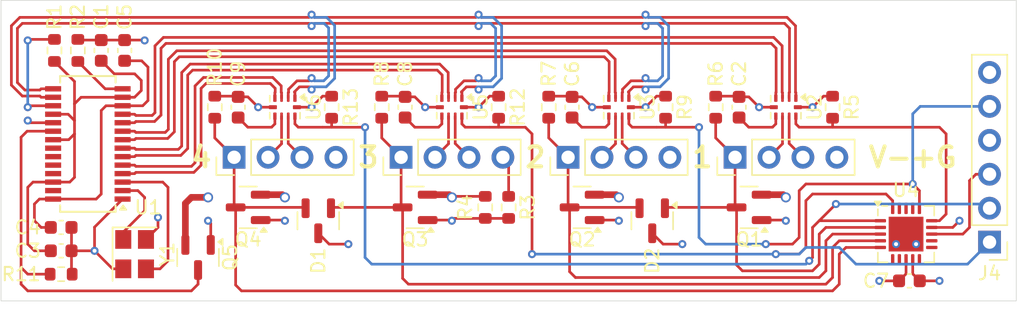
<source format=kicad_pcb>
(kicad_pcb (version 20221018) (generator pcbnew)

  (general
    (thickness 1.6)
  )

  (paper "A4")
  (layers
    (0 "F.Cu" signal)
    (1 "In1.Cu" signal)
    (2 "In2.Cu" signal)
    (31 "B.Cu" signal)
    (32 "B.Adhes" user "B.Adhesive")
    (33 "F.Adhes" user "F.Adhesive")
    (34 "B.Paste" user)
    (35 "F.Paste" user)
    (36 "B.SilkS" user "B.Silkscreen")
    (37 "F.SilkS" user "F.Silkscreen")
    (38 "B.Mask" user)
    (39 "F.Mask" user)
    (40 "Dwgs.User" user "User.Drawings")
    (41 "Cmts.User" user "User.Comments")
    (42 "Eco1.User" user "User.Eco1")
    (43 "Eco2.User" user "User.Eco2")
    (44 "Edge.Cuts" user)
    (45 "Margin" user)
    (46 "B.CrtYd" user "B.Courtyard")
    (47 "F.CrtYd" user "F.Courtyard")
    (48 "B.Fab" user)
    (49 "F.Fab" user)
    (50 "User.1" user)
    (51 "User.2" user)
    (52 "User.3" user)
    (53 "User.4" user)
    (54 "User.5" user)
    (55 "User.6" user)
    (56 "User.7" user)
    (57 "User.8" user)
    (58 "User.9" user)
  )

  (setup
    (stackup
      (layer "F.SilkS" (type "Top Silk Screen"))
      (layer "F.Paste" (type "Top Solder Paste"))
      (layer "F.Mask" (type "Top Solder Mask") (thickness 0.01))
      (layer "F.Cu" (type "copper") (thickness 0.035))
      (layer "dielectric 1" (type "prepreg") (thickness 0.1) (material "FR4") (epsilon_r 4.5) (loss_tangent 0.02))
      (layer "In1.Cu" (type "copper") (thickness 0.035))
      (layer "dielectric 2" (type "core") (thickness 1.24) (material "FR4") (epsilon_r 4.5) (loss_tangent 0.02))
      (layer "In2.Cu" (type "copper") (thickness 0.035))
      (layer "dielectric 3" (type "prepreg") (thickness 0.1) (material "FR4") (epsilon_r 4.5) (loss_tangent 0.02))
      (layer "B.Cu" (type "copper") (thickness 0.035))
      (layer "B.Mask" (type "Bottom Solder Mask") (thickness 0.01))
      (layer "B.Paste" (type "Bottom Solder Paste"))
      (layer "B.SilkS" (type "Bottom Silk Screen"))
      (copper_finish "None")
      (dielectric_constraints no)
    )
    (pad_to_mask_clearance 0)
    (aux_axis_origin 13 13)
    (grid_origin 13 13)
    (pcbplotparams
      (layerselection 0x00010fc_ffffffff)
      (plot_on_all_layers_selection 0x0000000_00000000)
      (disableapertmacros false)
      (usegerberextensions false)
      (usegerberattributes true)
      (usegerberadvancedattributes true)
      (creategerberjobfile false)
      (dashed_line_dash_ratio 12.000000)
      (dashed_line_gap_ratio 3.000000)
      (svgprecision 4)
      (plotframeref false)
      (viasonmask false)
      (mode 1)
      (useauxorigin true)
      (hpglpennumber 1)
      (hpglpenspeed 20)
      (hpglpendiameter 15.000000)
      (dxfpolygonmode true)
      (dxfimperialunits true)
      (dxfusepcbnewfont true)
      (psnegative false)
      (psa4output false)
      (plotreference true)
      (plotvalue true)
      (plotinvisibletext false)
      (sketchpadsonfab false)
      (subtractmaskfromsilk false)
      (outputformat 1)
      (mirror false)
      (drillshape 0)
      (scaleselection 1)
      (outputdirectory "")
    )
  )

  (net 0 "")
  (net 1 "/HUB_3.3V")
  (net 2 "Net-(U2-REF)")
  (net 3 "/GND")
  (net 4 "/HUB_1.8V")
  (net 5 "Net-(U3-REF)")
  (net 6 "/VCC_MCU")
  (net 7 "Net-(U5-REF)")
  (net 8 "Net-(U6-REF)")
  (net 9 "/VBUS1")
  (net 10 "/VBUS2")
  (net 11 "/VBUS3")
  (net 12 "/VBUS4")
  (net 13 "/SEL2")
  (net 14 "/SEL1")
  (net 15 "/~{RESET}")
  (net 16 "/SEL3")
  (net 17 "/~{PWR_ENABLE}")
  (net 18 "Net-(Q1-S)")
  (net 19 "/VBUS_HUB")
  (net 20 "Net-(U1-~{XRSTJ})")
  (net 21 "Net-(U1-REXT)")
  (net 22 "/SEL4")
  (net 23 "Net-(U1-XOUT)")
  (net 24 "Net-(U1-XIN)")
  (net 25 "/DFP4-")
  (net 26 "/DFP4+")
  (net 27 "/DFP3-")
  (net 28 "/DFP3+")
  (net 29 "/DFP2-")
  (net 30 "/DFP2+")
  (net 31 "/DFP1-")
  (net 32 "/DFP1+")
  (net 33 "/UFP-")
  (net 34 "/UFP+")
  (net 35 "unconnected-(U1-DRV-Pad22)")
  (net 36 "unconnected-(U1-LED1{slash}EESCL-Pad23)")
  (net 37 "unconnected-(U1-LED2-Pad24)")
  (net 38 "unconnected-(U1-PWRJ-Pad25)")
  (net 39 "unconnected-(U1-TESTJ{slash}EESDA-Pad27)")
  (net 40 "unconnected-(U4-NC-Pad6)")
  (net 41 "unconnected-(U4-NC-Pad7)")
  (net 42 "unconnected-(U4-NC-Pad10)")
  (net 43 "unconnected-(U4-XTAL1{slash}PB0-Pad11)")
  (net 44 "unconnected-(U4-XTAL2{slash}PB1-Pad12)")
  (net 45 "unconnected-(U4-NC-Pad17)")
  (net 46 "unconnected-(U4-NC-Pad18)")
  (net 47 "unconnected-(U4-NC-Pad19)")
  (net 48 "/D1-")
  (net 49 "/D1+")
  (net 50 "/D2-")
  (net 51 "/D2+")
  (net 52 "/D3-")
  (net 53 "/D3+")
  (net 54 "/D4-")
  (net 55 "/D4+")

  (footprint "Capacitor_SMD:C_0603_1608Metric" (layer "F.Cu") (at 17.5 30))

  (footprint "Resistor_SMD:R_0603_1608Metric" (layer "F.Cu") (at 50.25 21 -90))

  (footprint "Package_TO_SOT_SMD:SOT-23" (layer "F.Cu") (at 27.75 32.25 -90))

  (footprint "Package_TO_SOT_SMD:SOT-23" (layer "F.Cu") (at 36.75 29.5 -90))

  (footprint "Package_DFN_QFN:QFN-20-1EP_4x4mm_P0.5mm_EP2.6x2.6mm" (layer "F.Cu") (at 80.75 30.5))

  (footprint "Resistor_SMD:R_0603_1608Metric" (layer "F.Cu") (at 49.25 28.5 -90))

  (footprint "Package_TO_SOT_SMD:SOT-23" (layer "F.Cu") (at 44 28.5 180))

  (footprint "Resistor_SMD:R_0603_1608Metric" (layer "F.Cu") (at 62.75 21 -90))

  (footprint "Resistor_SMD:R_0603_1608Metric" (layer "F.Cu") (at 37.75 21 -90))

  (footprint "Package_SO:SSOP-28_3.9x9.9mm_P0.635mm" (layer "F.Cu") (at 19.5 23.75 180))

  (footprint "Resistor_SMD:R_0603_1608Metric" (layer "F.Cu") (at 17 16.75 -90))

  (footprint "Resistor_SMD:R_0603_1608Metric" (layer "F.Cu") (at 29 21 -90))

  (footprint "Capacitor_SMD:C_0603_1608Metric" (layer "F.Cu") (at 30.75 21 90))

  (footprint "Connector_PinHeader_2.54mm:PinHeader_1x04_P2.54mm_Vertical" (layer "F.Cu") (at 67.95 24.75 90))

  (footprint "Capacitor_SMD:C_0603_1608Metric" (layer "F.Cu") (at 17.5 31.75))

  (footprint "Resistor_SMD:R_0603_1608Metric" (layer "F.Cu") (at 18.75 16.75 -90))

  (footprint "Package_TO_SOT_SMD:SOT-23" (layer "F.Cu") (at 69 28.5 180))

  (footprint "Connector_PinHeader_2.54mm:PinHeader_1x04_P2.54mm_Vertical" (layer "F.Cu") (at 55.45 24.75 90))

  (footprint "Package_TO_SOT_SMD:SOT-23" (layer "F.Cu") (at 61.75 29.5 -90))

  (footprint "Package_DFN_QFN:Texas_UQFN-10_1.5x2mm_P0.5mm" (layer "F.Cu") (at 59.25 21 -90))

  (footprint "Capacitor_SMD:C_0603_1608Metric" (layer "F.Cu") (at 81 34 180))

  (footprint "Capacitor_SMD:C_0603_1608Metric" (layer "F.Cu") (at 43.25 21 90))

  (footprint "Resistor_SMD:R_0603_1608Metric" (layer "F.Cu") (at 51 28.5 -90))

  (footprint "Resistor_SMD:R_0603_1608Metric" (layer "F.Cu") (at 17.5 33.5 180))

  (footprint "Connector_PinHeader_2.54mm:PinHeader_1x04_P2.54mm_Vertical" (layer "F.Cu") (at 42.95 24.75 90))

  (footprint "Connector_PinHeader_2.54mm:PinHeader_1x06_P2.54mm_Vertical" (layer "F.Cu") (at 87 31.1 180))

  (footprint "Capacitor_SMD:C_0603_1608Metric" (layer "F.Cu") (at 22.25 16.75 90))

  (footprint "Resistor_SMD:R_0603_1608Metric" (layer "F.Cu") (at 75.25 21 -90))

  (footprint "Package_TO_SOT_SMD:SOT-23" (layer "F.Cu") (at 31.5 28.5 180))

  (footprint "Crystal:Crystal_SMD_3225-4Pin_3.2x2.5mm" (layer "F.Cu") (at 23 32 -90))

  (footprint "Package_TO_SOT_SMD:SOT-23" (layer "F.Cu") (at 56.5 28.5 180))

  (footprint "Package_DFN_QFN:Texas_UQFN-10_1.5x2mm_P0.5mm" (layer "F.Cu") (at 46.75 21 -90))

  (footprint "Connector_PinHeader_2.54mm:PinHeader_1x04_P2.54mm_Vertical" (layer "F.Cu") (at 30.45 24.75 90))

  (footprint "Package_DFN_QFN:Texas_UQFN-10_1.5x2mm_P0.5mm" (layer "F.Cu") (at 71.75 21 -90))

  (footprint "Resistor_SMD:R_0603_1608Metric" (layer "F.Cu") (at 66.5 21 -90))

  (footprint "Resistor_SMD:R_0603_1608Metric" (layer "F.Cu") (at 54 21 -90))

  (footprint "Capacitor_SMD:C_0603_1608Metric" (layer "F.Cu") (at 68.25 21 90))

  (footprint "Resistor_SMD:R_0603_1608Metric" (layer "F.Cu") (at 41.5 21 -90))

  (footprint "Package_DFN_QFN:Texas_UQFN-10_1.5x2mm_P0.5mm" (layer "F.Cu") (at 34.25 21 -90))

  (footprint "MountingHole:MountingHole_3.2mm_M3" (layer "F.Cu") (at 80 17))

  (footprint "Capacitor_SMD:C_0603_1608Metric" (layer "F.Cu") (at 55.75 21 90))

  (footprint "Capacitor_SMD:C_0603_1608Metric" (layer "F.Cu") (at 20.5 16.75 90))

  (gr_rect (start 13 13) (end 89 35.5)
    (stroke (width 0.05) (type default)) (fill none) (layer "Edge.Cuts") (tstamp b5589697-c688-471d-a87d-90ced1776025))
  (gr_text "1" (at 65.5 24.75) (layer "F.SilkS") (tstamp 1ae464ae-268c-40b4-b93e-37464e9f063a)
    (effects (font (size 1.5 1.5) (thickness 0.3) bold))
  )
  (gr_text "V-+G" (at 81.25 24.75) (layer "F.SilkS") (tstamp 4eac1b0c-cbe7-40ab-bc7d-93880328da29)
    (effects (font (size 1.5 1.5) (thickness 0.3) bold))
  )
  (gr_text "2" (at 53 24.75) (layer "F.SilkS") (tstamp 63a69254-2145-4ca0-bcc4-73c44fe57bbf)
    (effects (font (size 1.5 1.5) (thickness 0.3) bold))
  )
  (gr_text "4" (at 28 24.75) (layer "F.SilkS") (tstamp a93003f9-c583-4951-96b0-8a2dcbfb8768)
    (effects (font (size 1.5 1.5) (thickness 0.3) bold))
  )
  (gr_text "3" (at 40.5 24.75) (layer "F.SilkS") (tstamp e73ab82f-f664-42e4-9d7a-18bad2fe41d5)
    (effects (font (size 1.5 1.5) (thickness 0.3) bold))
  )

  (segment (start 16.9 23.4325) (end 18.0675 23.4325) (width 0.2) (layer "F.Cu") (net 1) (tstamp 1bcbe2f4-edb5-4e4b-a91f-b89c2815ffa1))
  (segment (start 23.5 19) (end 23 18.5) (width 0.2) (layer "F.Cu") (net 1) (tstamp 21bfd4c0-6a5a-4c0a-8d3f-46d2b852c425))
  (segment (start 16.9 21.5275) (end 18.0275 21.5275) (width 0.2) (layer "F.Cu") (net 1) (tstamp 2793b8f2-40e3-4b8a-ae6e-63c22594af18))
  (segment (start 16.9 26.6075) (end 18.1425 26.6075) (width 0.2) (layer "F.Cu") (net 1) (tstamp 2dd1cff3-55ce-4f4e-a14b-ce7fc9b99d1c))
  (segment (start 18.5 20.75) (end 18.9925 20.2575) (width 0.2) (layer "F.Cu") (net 1) (tstamp 2e8cc5d2-6797-4da0-8d42-f28cfbdffd1d))
  (segment (start 15.5 31.75) (end 16.725 31.75) (width 0.2) (layer "F.Cu") (net 1) (tstamp 3b124af7-8d17-41c2-8e0e-541f8400e497))
  (segment (start 18.5 26.25) (end 18.5 23) (width 0.2) (layer "F.Cu") (net 1) (tstamp 44be52a2-e08a-4e26-9a83-b8c99fddf002))
  (segment (start 15.3925 26.6075) (end 15 27) (width 0.2) (layer "F.Cu") (net 1) (tstamp 4f81cda4-5ec6-4af0-a133-034976890732))
  (segment (start 18.5 22) (end 18.5 20.75) (width 0.2) (layer "F.Cu") (net 1) (tstamp 5ddd1a37-bd45-414e-aeb8-7f0f46850d73))
  (segment (start 22.9925 20.2575) (end 23.5 19.75) (width 0.2) (layer "F.Cu") (net 1) (tstamp 64aa6809-6a3c-4c94-b10b-bf749624d3e2))
  (segment (start 22.1 20.2575) (end 22.9925 20.2575) (width 0.2) (layer "F.Cu") (net 1) (tstamp 81ed067b-bb3f-40d0-88fa-f64bbc586bec))
  (segment (start 15 31.25) (end 15.5 31.75) (width 0.2) (layer "F.Cu") (net 1) (tstamp 8232ed46-19ef-40f5-8ea9-b75f4f796619))
  (segment (start 18.5 19.075) (end 17 17.575) (width 0.2) (layer "F.Cu") (net 1) (tstamp 84d69aec-9663-4cce-b2ce-bfd82c72fb60))
  (segment (start 18.0275 21.5275) (end 18.5 22) (width 0.2) (layer "F.Cu") (net 1) (tstamp 86a3c143-56e2-4222-95d8-97e19d848071))
  (segment (start 21.475 18.5) (end 20.5 17.525) (width 0.2) (layer "F.Cu") (net 1) (tstamp 927c637a-a0d1-408e-ab81-f56edd5e2140))
  (segment (start 23 18.5) (end 21.475 18.5) (width 0.2) (layer "F.Cu") (net 1) (tstamp 9876d916-eb29-4c2f-be74-db5f58e622e1))
  (segment (start 18.9925 20.2575) (end 22.1 20.2575) (width 0.2) (layer "F.Cu") (net 1) (tstamp acfd9f0b-bd1a-462c-938f-3a1bc6e6013d))
  (segment (start 18.1425 26.6075) (end 18.5 26.25) (width 0.2) (layer "F.Cu") (net 1) (tstamp cebb3e70-5420-45a8-82fb-66d9a16d2f48))
  (segment (start 18.0675 23.4325) (end 18.5 23) (width 0.2) (layer "F.Cu") (net 1) (tstamp d5e561ba-4299-4736-9da6-a087bfba24f1))
  (segment (start 16.9 26.6075) (end 15.3925 26.6075) (width 0.2) (layer "F.Cu") (net 1) (tstamp dca572fc-cf3d-4c22-aaba-d4284eb458d2))
  (segment (start 18.5 20.75) (end 18.5 19.075) (width 0.2) (layer "F.Cu") (net 1) (tstamp dd6b09c8-4331-4a37-b628-dc9bb5ff920c))
  (segment (start 18.5 23) (end 18.5 22) (width 0.2) (layer "F.Cu") (net 1) (tstamp e57749a7-7b0e-4c1a-b8a2-f33e65f97cac))
  (segment (start 15 27) (end 15 31.25) (width 0.2) (layer "F.Cu") (net 1) (tstamp ecc67431-ad84-4e03-91f0-b67bb9db5b01))
  (segment (start 23.5 19.75) (end 23.5 19) (width 0.2) (layer "F.Cu") (net 1) (tstamp f85ed935-8378-4f93-961a-f2bc444b5d85))
  (segment (start 71 22.25) (end 70.75 22.5) (width 0.2) (layer "F.Cu") (net 2) (tstamp a0ccc694-21c2-4ba4-848e-8ad5a6c6d430))
  (segment (start 71 21.675) (end 71 22.25) (width 0.2) (layer "F.Cu") (net 2) (tstamp cd90bfb8-b9ff-4350-b16f-9c7f4125079b))
  (segment (start 70.75 22.5) (end 68.975 22.5) (width 0.2) (layer "F.Cu") (net 2) (tstamp ef9889a3-5578-408a-aa1f-a9659b89c1d6))
  (segment (start 68.975 22.5) (end 68.25 21.775) (width 0.2) (layer "F.Cu") (net 2) (tstamp fe3f4316-32af-4c47-a9d6-05d7fa348af6))
  (segment (start 16.9 22.1625) (end 15.1625 22.1625) (width 0.2) (layer "F.Cu") (net 3) (tstamp 013a55f6-cd32-4d52-914e-60f7756d4bc0))
  (segment (start 80.75 32.425) (end 80.75 33.475) (width 0.2) (layer "F.Cu") (net 3) (tstamp 035195bb-ccd7-4475-a0b9-b4f776297afa))
  (segment (start 21.35 33.1) (end 20 31.75) (width 0.2) (layer "F.Cu") (net 3) (tstamp 1173751f-693a-48d7-befc-1f34daec63da))
  (segment (start 41.5 20.175) (end 43.2 20.175) (width 0.2) (layer "F.Cu") (net 3) (tstamp 12bf7536-b244-432b-bdce-c8aacebdbbca))
  (segment (start 70.85 21) (end 69.75 21) (width 0.2) (layer "F.Cu") (net 3) (tstamp 14075e3f-f279-48cb-8c8e-0970f6c3f7a6))
  (segment (start 20.5 15.975) (end 18.8 15.975) (width 0.2) (layer "F.Cu") (net 3) (tstamp 18223e7c-5c5a-4703-b1b7-19cf4f6b0852))
  (segment (start 18.275 31.75) (end 20 31.75) (width 0.2) (layer "F.Cu") (net 3) (tstamp 1b4e864c-d37c-4504-9a6b-522f06eaf007))
  (segment (start 51 27.675) (end 51 25.18) (width 0.2) (layer "F.Cu") (net 3) (tstamp 1e133a50-40dd-4d80-aa60-5afe89c82b36))
  (segment (start 45.85 21) (end 44.75 21) (width 0.2) (layer "F.Cu") (net 3) (tstamp 1ead5278-dbb5-4b97-82d2-a666907767c1))
  (segment (start 24.75 30) (end 24.75 29.25) (width 0.2) (layer "F.Cu") (net 3) (tstamp 2d84e6b2-7dd5-4c98-87d3-900610cbfd29))
  (segment (start 31.475 20.225) (end 32.25 21) (width 0.2) (layer "F.Cu") (net 3) (tstamp 3303ab9d-36de-49d0-bb29-7d6db324809a))
  (segment (start 20 29.9775) (end 20 31.75) (width 0.2) (layer "F.Cu") (net 3) (tstamp 334ca3b7-cab5-4033-b2b0-c2acad916ec1))
  (segment (start 51 25.18) (end 50.57 24.75) (width 0.2) (layer "F.Cu") (net 3) (tstamp 4146d53a-4f75-46b3-b5ac-1aeb5c73cc44))
  (segment (start 18.8 15.975) (end 18.75 15.925) (width 0.2) (layer "F.Cu") (net 3) (tstamp 46270281-b3ae-4a72-a304-c710e7feb25d))
  (segment (start 54 20.175) (end 55.7 20.175) (width 0.2) (layer "F.Cu") (net 3) (tstamp 4c8c3665-3449-4150-aa5f-cb442f47f08f))
  (segment (start 23.725 15.975) (end 23.75 16) (width 0.2) (layer "F.Cu") (net 3) (tstamp 50fa9d28-145a-40c3-ba43-98390d7f48a4))
  (segment (start 43.25 20.225) (end 43.975 20.225) (width 0.2) (layer "F.Cu") (net 3) (tstamp 5bdb12a5-171e-46fa-8dff-b6b8a38bc7a6))
  (segment (start 33.35 21) (end 32.25 21) (width 0.2) (layer "F.Cu") (net 3) (tstamp 67cc1057-dbc0-40f9-80c4-7e5756bc4de1))
  (segment (start 30.75 20.225) (end 31.475 20.225) (width 0.2) (layer "F.Cu") (net 3) (tstamp 7172902a-ac30-4c86-831e-bd2d3b65b960))
  (segment (start 18.275001 30.000001) (end 18.275 29.725) (width 0.2) (layer "F.Cu") (net 3) (tstamp 72be314f-ba4f-432d-8700-859f8bd23e62))
  (segment (start 56.475 20.225) (end 57.25 21) (width 0.2) (layer "F.Cu") (net 3) (tstamp 7c729418-3f5e-4c01-98a0-8100f20e8f9c))
  (segment (start 18.275 31.75) (end 18.275 33.45) (width 0.2) (layer "F.Cu") (net 3) (tstamp 8145f723-8f2b-4f6e-bb76-597fa33797a3))
  (segment (start 80.225 34) (end 78.75 34) (width 0.2) (layer "F.Cu") (net 3) (tstamp 887d652c-441f-4e96-bf58-f9a5ed1602f7))
  (segment (start 68.975 20.225) (end 69.75 21) (width 0.2) (layer "F.Cu") (net 3) (tstamp 8fcac191-bab9-4f25-a18a-1c4567c808b1))
  (segment (start 23.85 30.9) (end 24.75 30) (width 0.2) (layer "F.Cu") (net 3) (tstamp 92b3a389-0587-4358-a8cc-4b423a3cc9fd))
  (segment (start 18.275 33.45) (end 18.325 33.5) (width 0.2) (layer "F.Cu") (net 3) (tstamp 94f89520-9062-4a50-b656-170a848a82df))
  (segment (start 22.25 15.975) (end 20.5 15.975) (width 0.2) (layer "F.Cu") (net 3) (tstamp 9a822b56-e272-4aad-978d-844418857261))
  (segment (start 80.75 33.475) (end 80.225 34) (width 0.2) (layer "F.Cu") (net 3) (tstamp acfdf9af-0940-4aba-989a-5e0b60246dbc))
  (segment (start 68.2 20.175) (end 68.25 20.225) (width 0.2) (layer "F.Cu") (net 3) (tstamp ba97f2b1-4297-440c-9941-acea9a590a25))
  (segment (start 43.2 20.175) (end 43.25 20.225) (width 0.2) (layer "F.Cu") (net 3) (tstamp bea8b4cc-4553-4f38-9b3c-360ab30d78b9))
  (segment (start 29 20.175) (end 30.7 20.175) (width 0.2) (layer "F.Cu") (net 3) (tstamp bf1ef48c-295a-4884-9b6e-35331c651209))
  (segment (start 58.35 21) (end 57.25 21) (width 0.2) (layer "F.Cu") (net 3) (tstamp c6382bab-daa4-42af-843d-95b769aae09a))
  (segment (start 22.1 27.8775) (end 20 29.9775) (width 0.2) (layer "F.Cu") (net 3) (tstamp cfa9e976-7224-4f48-aa7b-29334353303a))
  (segment (start 18.275 30) (end 18.275 31.75) (width 0.2) (layer "F.Cu") (net 3) (tstamp d09dcfec-bf62-420c-88e4-e350115b4213))
  (segment (start 55.7 20.175) (end 55.75 20.225) (width 0.2) (layer "F.Cu") (net 3) (tstamp da08c526-ce19-45ae-9bd1-03b668cc1ca4))
  (segment (start 30.7 20.175) (end 30.75 20.225) (width 0.2) (layer "F.Cu") (net 3) (tstamp e03f7dc7-d953-48fe-b63f-8da10782805d))
  (segment (start 68.25 20.225) (end 68.975 20.225) (width 0.2) (layer "F.Cu") (net 3) (tstamp e05d93a4-167e-44fe-adbb-4b5501afac4f))
  (segment (start 43.975 20.225) (end 44.75 21) (width 0.2) (layer "F.Cu") (net 3) (tstamp e088ef01-d8c8-4a6b-bfad-cd2ef7c1da65))
  (segment (start 55.75 20.225) (end 56.475 20.225) (width 0.2) (layer "F.Cu") (net 3) (tstamp e0c2d784-c30f-4670-b266-287460b67861))
  (segment (start 66.5 20.175) (end 68.2 20.175) (width 0.2) (layer "F.Cu") (net 3) (tstamp e1d8a909-9ce6-4e5f-9089-47d7a9169975))
  (segment (start 22.15 33.1) (end 21.35 33.1) (width 0.2) (layer "F.Cu") (net 3) (tstamp e4d750cf-783c-4869-8d95-47da2add310d))
  (segment (start 22.25 15.975) (end 23.725 15.975) (width 0.2) (layer "F.Cu") (net 3) (tstamp ef5f35a8-c9d3-412a-9f54-31f49b25842a))
  (segment (start 15.1625 22.1625) (end 15 22) (width 0.2) (layer "F.Cu") (net 3) (tstamp f7cc0b2d-f3dd-42ad-adef-2bbae24e38bf))
  (via (at 80 31.25) (size 0.6) (drill 0.3) (layers "F.Cu" "B.Cu") (net 3) (tstamp 57797506-36fa-4b74-9a56-53399d7c9a45))
  (via (at 15 22) (size 0.6) (drill 0.3) (layers "F.Cu" "B.Cu") (net 3) (tstamp 5af4dbc0-1ade-4279-9978-d571f15d969c))
  (via (at 20 31.75) (size 0.6) (drill 0.3) (layers "F.Cu" "B.Cu") (net 3) (tstamp 67ea1faa-738c-4267-8548-75d4b1a8cfb7))
  (via (at 32.25 21) (size 0.6) (drill 0.3) (layers "F.Cu" "B.Cu") (net 3) (tstamp 8e4c3c67-0367-478f-b913-5460fb1f59f4))
  (via (at 81.5 31.25) (size 0.6) (drill 0.3) (layers "F.Cu" "B.Cu") (net 3) (tstamp 9792b0ea-ad16-4640-86e8-94f9a4b78191))
  (via (at 78.75 34) (size 0.6) (drill 0.3) (layers "F.Cu" "B.Cu") (net 3) (tstamp 9cf09b8f-26e6-4313-b05a-778ce417560d))
  (via (at 23.75 16) (size 0.6) (drill 0.3) (layers "F.Cu" "B.Cu") (net 3) (tstamp a34569e2-f9a4-4b83-b061-d08333791742))
  (via (at 69.75 21) (size 0.6) (drill 0.3) (layers "F.Cu" "B.Cu") (net 3) (tstamp b1fdbc22-04da-4bb0-838d-11d78f4116b9))
  (via (at 57.25 21) (size 0.6) (drill 0.3) (layers "F.Cu" "B.Cu") (net 3) (tstamp c34436eb-4f02-49de-88f3-937e49697da9))
  (via (at 24.75 29.25) (size 0.6) (drill 0.3) (layers "F.Cu" "B.Cu") (net 3) (tstamp e733ad17-3266-4180-ae45-3feed0bb4103))
  (via (at 44.75 21) (size 0.6) (drill 0.3) (layers "F.Cu" "B.Cu") (net 3) (tstamp f556c9fa-8d4d-4b39-976e-17950ce0641d))
  (segment (start 20.5 21.25) (end 20.5 27.5) (width 0.2) (layer "F.Cu") (net 4) (tstamp 04cdb7cc-ae26-4c12-b16f-44a41777175c))
  (segment (start 20.5 27.5) (end 20.1225 27.8775) (width 0.2) (layer "F.Cu") (net 4) (tstamp 06748f88-3dda-4d26-b6e2-82b9e720eb48))
  (segment (start 22.1 20.8925) (end 23.6075 20.8925) (width 0.2) (layer "F.Cu") (net 4) (tstamp 2dbb57b3-1eac-4ee0-9be0-57445d04a4bd))
  (segment (start 23.525 17.525) (end 22.25 17.525) (width 0.2) (layer "F.Cu") (net 4) (tstamp 3e54c09b-4078-44f5-ad2f-61e040284ffd))
  (segment (start 16.9 27.8775) (end 15.8725 27.8775) (width 0.2) (layer "F.Cu") (net 4) (tstamp 47bdbb1d-c17b-4ce4-8ebd-1311caffbf87))
  (segment (start 20.8575 20.8925) (end 20.5 21.25) (width 0.2) (layer "F.Cu") (net 4) (tstamp 4904c760-2312-4364-93fa-4d23bcb0be91))
  (segment (start 16 30) (end 16.725 30) (width 0.2) (layer "F.Cu") (net 4) (tstamp 5423263c-f789-4ed5-bbc4-a73dfb0e4644))
  (segment (start 23.6075 20.8925) (end 24 20.5) (width 0.2) (layer "F.Cu") (net 4) (tstamp 569358fb-2813-43c5-9233-20eeb09c1afd))
  (segment (start 24 18) (end 23.525 17.525) (width 0.2) (layer "F.Cu") (net 4) (tstamp 5db6ed51-43be-4b23-8107-3bd064fc38d0))
  (segment (start 15.5 29.5) (end 16 30) (width 0.2) (layer "F.Cu") (net 4) (tstamp 7aa1ad89-8416-4b63-917a-60a58961ae5f))
  (segment (start 22.1 20.8925) (end 20.8575 20.8925) (width 0.2) (layer "F.Cu") (net 4) (tstamp 84bf43a5-8db1-4d16-bc21-2c72c522ce0b))
  (segment (start 24 20.5) (end 24 18) (width 0.2) (layer "F.Cu") (net 4) (tstamp 922ab673-aa94-4f47-917d-3d463c8ddaf4))
  (segment (start 15.8725 27.8775) (end 15.5 28.25) (width 0.2) (layer "F.Cu") (net 4) (tstamp b6524bcf-0b69-4649-8068-41d054ef7f8f))
  (segment (start 15.5 28.25) (end 15.5 29.5) (width 0.2) (layer "F.Cu") (net 4) (tstamp d48cd7e2-4ed1-4c19-8f1b-9f87847f991c))
  (segment (start 20.1225 27.8775) (end 16.9 27.8775) (width 0.2) (layer "F.Cu") (net 4) (tstamp e5d96ea0-227d-4aec-af32-35b87196d392))
  (segment (start 58.5 21.675) (end 58.5 22.25) (width 0.2) (layer "F.Cu") (net 5) (tstamp 48d15175-1a56-48e6-94c3-04cc5fd40482))
  (segment (start 56.475 22.5) (end 55.75 21.775) (width 0.2) (layer "F.Cu") (net 5) (tstamp 5d1ceabd-20b9-40ae-8a7c-4c346295b5ca))
  (segment (start 58.5 22.25) (end 58.25 22.5) (width 0.2) (layer "F.Cu") (net 5) (tstamp d1b7775a-7a0f-4004-b959-a1e27707194f))
  (segment (start 58.25 22.5) (end 56.475 22.5) (width 0.2) (layer "F.Cu") (net 5) (tstamp fde2a044-2e46-4579-8b3b-d2681f6d2f51))
  (segment (start 36.75 30.4375) (end 37.5625 31.25) (width 0.2) (layer "F.Cu") (net 6) (tstamp 067344d9-695a-4a45-9639-440eef9e9941))
  (segment (start 74.575 20.175) (end 73.75 21) (width 0.2) (layer "F.Cu") (net 6) (tstamp 0f036211-ce7d-424a-ac70-b21596b05ab5))
  (segment (start 62.75 20.175) (end 62.075 20.175) (width 0.2) (layer "F.Cu") (net 6) (tstamp 1f93352d-3ab5-42ae-a197-80ec8977bed1))
  (segment (start 62.5625 31.25) (end 64 31.25) (width 0.2) (layer "F.Cu") (net 6) (tstamp 21dec218-f792-4461-8443-fb7fe5d116fb))
  (segment (start 49.575 20.175) (end 48.75 21) (width 0.2) (layer "F.Cu") (net 6) (tstamp 2c22ba10-0799-4a9a-84ce-3bc81335b913))
  (segment (start 37.5625 31.25) (end 39 31.25) (width 0.2) (layer "F.Cu") (net 6) (tstamp 3c96f87c-9a68-4c28-9ed7-4844182dbcf2))
  (segment (start 37.075 20.175) (end 36.25 21) (width 0.2) (layer "F.Cu") (net 6) (tstamp 5099f06b-65be-4b02-928f-1e369ef379c5))
  (segment (start 81.25 33.475) (end 81.775 34) (width 0.2) (layer "F.Cu") (net 6) (tstamp 6626cfcf-aeff-4924-a200-d47adc15b9b8))
  (segment (start 60.15 21) (end 61.25 21) (width 0.2) (layer "F.Cu") (net 6) (tstamp 703889c4-b90b-45ce-9407-98628000d4fb))
  (segment (start 50.25 20.175) (end 49.575 20.175) (width 0.2) (layer "F.Cu") (net 6) (tstamp 72296cd6-11bd-4720-98e9-d8a39c844a2d))
  (segment (start 61.75 30.4375) (end 62.5625 31.25) (width 0.2) (layer "F.Cu") (net 6) (tstamp 728c114c-d141-4cc0-bb88-a2edf037a4e8))
  (segment (start 47.65 21) (end 48.75 21) (width 0.2) (layer "F.Cu") (net 6) (tstamp 78df6e4a-63b0-4996-90ce-7ab06d672d4d))
  (segment (start 37.75 20.175) (end 37.075 20.175) (width 0.2) (layer "F.Cu") (net 6) (tstamp 83aa1d43-d967-4d05-88dd-0213661415f7))
  (segment (start 75.25 20.175) (end 74.575 20.175) (width 0.2) (layer "F.Cu") (net 6) (tstamp 87e90f9f-0bfe-406b-b365-ec50421a36f2))
  (segment (start 62.075 20.175) (end 61.25 21) (width 0.2) (layer "F.Cu") (net 6) (tstamp a55ee62d-cca4-4004-9fc1-d6889af676bc))
  (segment (start 35.15 21) (end 36.25 21) (width 0.2) (layer "F.Cu") (net 6) (tstamp b7a4ca80-6718-4e54-b62d-1d291a0db714))
  (segment (start 81.25 32.425) (end 81.25 33.475) (width 0.2) (layer "F.Cu") (net 6) (tstamp d29ecac5-eccf-45b9-9a3c-c14fd31b62c9))
  (segment (start 81.775 34) (end 83.25 34) (width 0.2) (layer "F.Cu") (net 6) (tstamp eb39cbe7-f1f4-4d0b-815b-47ab0338f4e4))
  (segment (start 72.65 21) (end 73.75 21) (width 0.2) (layer "F.Cu") (net 6) (tstamp fae86873-5c39-4cf5-950b-0a5e58a49202))
  (via (at 61.25 21) (size 0.6) (drill 0.3) (layers "F.Cu" "B.Cu") (net 6) (tstamp 01956455-ea6e-43fe-ae64-bbc89bb331f6))
  (via (at 83.25 34) (size 0.6) (drill 0.3) (layers "F.Cu" "B.Cu") (net 6) (tstamp 3680a02e-0bfd-43f5-9b78-39f1ecbc96c1))
  (via (at 48.75 21) (size 0.6) (drill 0.3) (layers "F.Cu" "B.Cu") (net 6) (tstamp 3ca44dc1-e6db-4304-b412-e2f8bbe3f1df))
  (via (at 64 31.25) (size 0.6) (drill 0.3) (layers "F.Cu" "B.Cu") (net 6) (tstamp 5a3d0042-08e3-4a5c-b868-7f15bb64e926))
  (via (at 36.25 21) (size 0.6) (drill 0.3) (layers "F.Cu" "B.Cu") (net 6) (tstamp 7a7a1524-ce19-47c2-822f-c03e3fca3974))
  (via (at 73.75 21) (size 0.6) (drill 0.3) (layers "F.Cu" "B.Cu") (net 6) (tstamp bd767806-1ea9-43e1-a789-403c4248ad5a))
  (via (at 39 31.25) (size 0.6) (drill 0.3) (layers "F.Cu" "B.Cu") (net 6) (tstamp d256db0b-8bc4-4804-a74b-c789f0b2eb0e))
  (segment (start 46 21.675) (end 46 22.25) (width 0.2) (layer "F.Cu") (net 7) (tstamp 66e0b41c-9c29-4d5c-a282-c22b43d7d46e))
  (segment (start 45.75 22.5) (end 43.975 22.5) (width 0.2) (layer "F.Cu") (net 7) (tstamp 873c96df-32c9-4ee4-9e4f-5d1bfa519f5e))
  (segment (start 43.975 22.5) (end 43.25 21.775) (width 0.2) (layer "F.Cu") (net 7) (tstamp 9a57cee2-4d71-4ba6-abfe-fa99052ca120))
  (segment (start 46 22.25) (end 45.75 22.5) (width 0.2) (layer "F.Cu") (net 7) (tstamp f8049e70-46ec-4a51-ae45-ffd43afabac8))
  (segment (start 33.5 21.675) (end 33.5 22.25) (width 0.2) (layer "F.Cu") (net 8) (tstamp 10a175cb-e8d8-4fa1-bddb-dabe306be797))
  (segment (start 33.5 22.25) (end 33.25 22.5) (width 0.2) (layer "F.Cu") (net 8) (tstamp 7da91e2c-cd6f-46a4-a439-8735e1a2444c))
  (segment (start 33.25 22.5) (end 31.475 22.5) (width 0.2) (layer "F.Cu") (net 8) (tstamp b5c2d0c2-5307-4c92-ba42-e49ce43e78a8))
  (segment (start 31.475 22.5) (end 30.75 21.775) (width 0.2) (layer "F.Cu") (net 8) (tstamp db732d93-e8de-4540-8385-891e3e93ac16))
  (segment (start 66.5 23.3) (end 67.95 24.75) (width 0.2) (layer "F.Cu") (net 9) (tstamp 012b30ea-e45b-4888-beab-81fc71b062c9))
  (segment (start 68.5 33.25) (end 73.75 33.25) (width 0.2) (layer "F.Cu") (net 9) (tstamp 1e7da2bb-52d2-44e8-b3cb-1616af376586))
  (segment (start 62.7625 28.5) (end 68.0625 28.5) (width 0.2) (layer "F.Cu") (net 9) (tstamp 25b55041-a07f-434b-bca8-e62c46b66f45))
  (segment (start 74.75 30) (end 78.825 30) (width 0.2) (layer "F.Cu") (net 9) (tstamp 2f5be962-20b1-481c-ae2d-5e90a22b5e40))
  (segment (start 66.5 21.825) (end 66.5 23.3) (width 0.2) (layer "F.Cu") (net 9) (tstamp 341549d8-e282-47ed-8a0a-54f1c17995f2))
  (segment (start 62.7 28.5625) (end 62.7625 28.5) (width 0.2) (layer "F.Cu") (net 9) (tstamp 353f6083-bc1c-42f7-94db-989b24f04780))
  (segment (start 67.95 28.3875) (end 68.0625 28.5) (width 0.2) (layer "F.Cu") (net 9) (tstamp 4be1602b-517d-4c2b-8569-cbe369b0c484))
  (segment (start 68.0625 32.8125) (end 68.0625 28.5) (width 0.2) (layer "F.Cu") (net 9) (tstamp 6a36bb5c-60b9-48a8-8d0d-837c2a01fdf4))
  (segment (start 74.25 30.5) (end 74.75 30) (width 0.2) (layer "F.Cu") (net 9) (tstamp 78b6f7c5-a06e-472f-9193-37c3ea3dadfb))
  (segment (start 74.25 32.75) (end 74.25 30.5) (width 0.2) (layer "F.Cu") (net 9) (tstamp 7e3922e1-f895-4b6f-bbeb-b4f00ec66708))
  (segment (start 67.95 24.75) (end 67.95 28.3875) (width 0.2) (layer "F.Cu") (net 9) (tstamp a1cd839b-8087-436d-9332-eef62c4396c7))
  (segment (start 68.5 33.25) (end 68.0625 32.8125) (width 0.2) (layer "F.Cu") (net 9) (tstamp b137df83-f04f-48fc-ba7e-55dec1783703))
  (segment (start 73.75 33.25) (end 74.25 32.75) (width 0.2) (layer "F.Cu") (net 9) (tstamp b1770cd2-5d09-49bd-867d-3cb79797418e))
  (segment (start 56 33.75) (end 55.5625 33.3125) (width 0.2) (layer "F.Cu") (net 10) (tstamp 10a4aa2d-78c7-4f01-b324-d520f706aa32))
  (segment (start 54 23.3) (end 55.45 24.75) (width 0.2) (layer "F.Cu") (net 10) (tstamp 12a3c925-97db-4993-99fa-08b4710f141f))
  (segment (start 74.25 33.75) (end 74.75 33.25) (width 0.2) (layer "F.Cu") (net 10) (tstamp 429eb77a-6ce0-48f0-9bf4-c5cc7cb1772f))
  (segment (start 55.45 28.3875) (end 55.5625 28.5) (width 0.2) (layer "F.Cu") (net 10) (tstamp 4cf1bd87-2c5a-4f8e-8a28-aac053309eb0))
  (segment (start 60.7375 28.5) (end 60.8 28.5625) (width 0.2) (layer "F.Cu") (net 10) (tstamp 6c1d4db1-ba33-4b84-9b6d-8c6cd197ebb4))
  (segment (start 56 33.75) (end 74.25 33.75) (width 0.2) (layer "F.Cu") (net 10) (tstamp 6cbe4434-7062-466b-8949-0e124c09f903))
  (segment (start 74.75 33.25) (end 74.75 31) (width 0.2) (layer "F.Cu") (net 10) (tstamp 6fc63f8e-3a40-46a5-8842-249ea841573c))
  (segment (start 74.75 31) (end 75.25 30.5) (width 0.2) (layer "F.Cu") (net 10) (tstamp 926f88a9-3b7e-4ae0-a518-ed9478cefd61))
  (segment (start 55.5625 28.5) (end 60.7375 28.5) (width 0.2) (layer "F.Cu") (net 10) (tstamp a961b39b-5db6-40e5-8161-8ae718662c7e))
  (segment (start 54 21.825) (end 54 23.3) (width 0.2) (layer "F.Cu") (net 10) (tstamp be36e1e1-703a-45e3-ac03-6c7dd291296e))
  (segment (start 55.5625 33.3125) (end 55.5625 28.5) (width 0.2) (layer "F.Cu") (net 10) (tstamp be7ea339-a3ee-4c29-80ed-a1e85f24ef46))
  (segment (start 75.25 30.5) (end 78.825 30.5) (width 0.2) (layer "F.Cu") (net 10) (tstamp dfc
... [221181 chars truncated]
</source>
